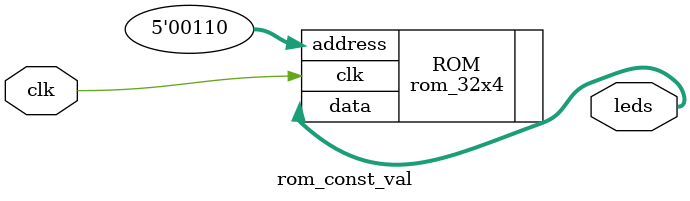
<source format=v>
module rom_const_val(
  input wire clk,
  output wire [3:0] leds
  );

  localparam  ADDR = 5'h6;

  rom_32x4 ROM(.clk(clk), .address(ADDR), .data(leds));

endmodule

</source>
